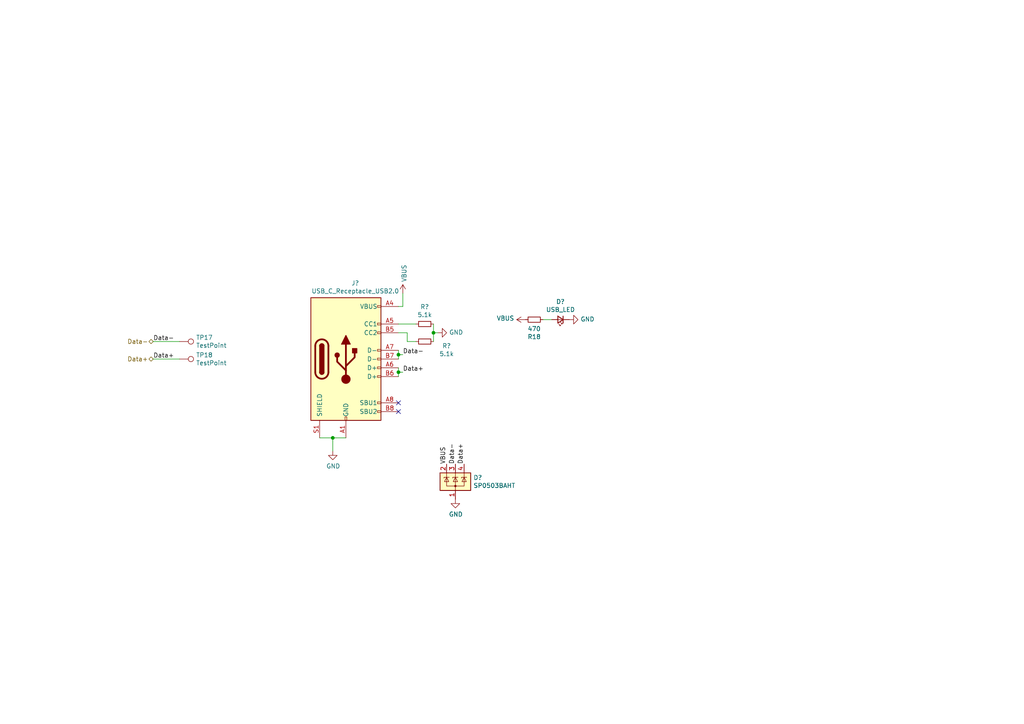
<source format=kicad_sch>
(kicad_sch (version 20211123) (generator eeschema)
  (paper "A4")
  (lib_symbols
    (symbol "Connector:TestPoint" (pin_numbers hide) (pin_names (offset 0.762) hide)
      (property "Reference" "TP" (at 0 6.858 0))
      (property "Value" "TestPoint" (at 0 5.08 0))
      (symbol "TestPoint_0_1"
        (circle (center 0 3.302) (radius 0.762))
      )
      (symbol "TestPoint_1_1"
        (pin passive line (at 0 0 90) (length 2.54) (name "1") (number "1"))
      )
    )
    (symbol "Connector:USB_C_Receptacle_USB2.0" (pin_names (offset 1.016))
      (property "Reference" "J" (at -10.16 19.05 0))
      (property "Value" "USB_C_Receptacle_USB2.0" (at 19.05 19.05 0))
      (symbol "USB_C_Receptacle_USB2.0_0_0"
        (rectangle (start -0.254 -17.78) (end 0.254 -16.764))
        (rectangle (start 10.16 -14.986) (end 9.144 -15.494))
        (rectangle (start 10.16 -12.446) (end 9.144 -12.954))
        (rectangle (start 10.16 -4.826) (end 9.144 -5.334))
        (rectangle (start 10.16 -2.286) (end 9.144 -2.794))
        (rectangle (start 10.16 0.254) (end 9.144 -0.254))
        (rectangle (start 10.16 2.794) (end 9.144 2.286))
        (rectangle (start 10.16 7.874) (end 9.144 7.366))
        (rectangle (start 10.16 10.414) (end 9.144 9.906))
        (rectangle (start 10.16 15.494) (end 9.144 14.986))
      )
      (symbol "USB_C_Receptacle_USB2.0_0_1"
        (rectangle (start -10.16 17.78) (end 10.16 -17.78) (stroke (width 0.254)) (fill (type background)))
        (arc (start -8.89 -3.81) (mid -6.985 -5.715) (end -5.08 -3.81) (stroke (width 0.508)))
        (arc (start -7.62 -3.81) (mid -6.985 -4.445) (end -6.35 -3.81) (stroke (width 0.254)))
        (arc (start -7.62 -3.81) (mid -6.985 -4.445) (end -6.35 -3.81) (stroke (width 0.254)) (fill (type outline)))
        (rectangle (start -7.62 -3.81) (end -6.35 3.81) (stroke (width 0.254)) (fill (type outline)))
        (arc (start -6.35 3.81) (mid -6.985 4.445) (end -7.62 3.81) (stroke (width 0.254)))
        (arc (start -6.35 3.81) (mid -6.985 4.445) (end -7.62 3.81) (stroke (width 0.254)) (fill (type outline)))
        (arc (start -5.08 3.81) (mid -6.985 5.715) (end -8.89 3.81) (stroke (width 0.508)))
        (circle (center -2.54 1.143) (radius 0.635) (stroke (width 0.254)) (fill (type outline)))
        (circle (center 0 -5.842) (radius 1.27) (fill (type outline)))
        (polyline (pts (xy -8.89 -3.81) (xy -8.89 3.81)) (stroke (width 0.508)))
        (polyline (pts (xy -5.08 3.81) (xy -5.08 -3.81)) (stroke (width 0.508)))
        (polyline (pts (xy 0 -5.842) (xy 0 4.318)) (stroke (width 0.508)))
        (polyline (pts (xy 0 -3.302) (xy -2.54 -0.762) (xy -2.54 0.508)) (stroke (width 0.508)))
        (polyline (pts (xy 0 -2.032) (xy 2.54 0.508) (xy 2.54 1.778)) (stroke (width 0.508)))
        (polyline (pts (xy -1.27 4.318) (xy 0 6.858) (xy 1.27 4.318) (xy -1.27 4.318)) (stroke (width 0.254)) (fill (type outline)))
        (rectangle (start 1.905 1.778) (end 3.175 3.048) (stroke (width 0.254)) (fill (type outline)))
      )
      (symbol "USB_C_Receptacle_USB2.0_1_1"
        (pin passive line (at 0 -22.86 90) (length 5.08) (name "GND") (number "A1"))
        (pin passive line (at 0 -22.86 90) (length 5.08) hide (name "GND") (number "A12"))
        (pin passive line (at 15.24 15.24 180) (length 5.08) (name "VBUS") (number "A4"))
        (pin bidirectional line (at 15.24 10.16 180) (length 5.08) (name "CC1") (number "A5"))
        (pin bidirectional line (at 15.24 -2.54 180) (length 5.08) (name "D+") (number "A6"))
        (pin bidirectional line (at 15.24 2.54 180) (length 5.08) (name "D-") (number "A7"))
        (pin bidirectional line (at 15.24 -12.7 180) (length 5.08) (name "SBU1") (number "A8"))
        (pin passive line (at 15.24 15.24 180) (length 5.08) hide (name "VBUS") (number "A9"))
        (pin passive line (at 0 -22.86 90) (length 5.08) hide (name "GND") (number "B1"))
        (pin passive line (at 0 -22.86 90) (length 5.08) hide (name "GND") (number "B12"))
        (pin passive line (at 15.24 15.24 180) (length 5.08) hide (name "VBUS") (number "B4"))
        (pin bidirectional line (at 15.24 7.62 180) (length 5.08) (name "CC2") (number "B5"))
        (pin bidirectional line (at 15.24 -5.08 180) (length 5.08) (name "D+") (number "B6"))
        (pin bidirectional line (at 15.24 0 180) (length 5.08) (name "D-") (number "B7"))
        (pin bidirectional line (at 15.24 -15.24 180) (length 5.08) (name "SBU2") (number "B8"))
        (pin passive line (at 15.24 15.24 180) (length 5.08) hide (name "VBUS") (number "B9"))
        (pin passive line (at -7.62 -22.86 90) (length 5.08) (name "SHIELD") (number "S1"))
      )
    )
    (symbol "Device:LED_Small" (pin_numbers hide) (pin_names (offset 0.254) hide)
      (property "Reference" "D" (at -1.27 3.175 0))
      (property "Value" "LED_Small" (at -4.445 -2.54 0))
      (symbol "LED_Small_0_1"
        (polyline (pts (xy -0.762 -1.016) (xy -0.762 1.016)) (stroke (width 0.254)))
        (polyline (pts (xy 1.016 0) (xy -0.762 0)))
        (polyline (pts (xy 0.762 -1.016) (xy -0.762 0) (xy 0.762 1.016) (xy 0.762 -1.016)) (stroke (width 0.254)))
        (polyline (pts (xy 0 0.762) (xy -0.508 1.27) (xy -0.254 1.27) (xy -0.508 1.27) (xy -0.508 1.016)))
        (polyline (pts (xy 0.508 1.27) (xy 0 1.778) (xy 0.254 1.778) (xy 0 1.778) (xy 0 1.524)))
      )
      (symbol "LED_Small_1_1"
        (pin passive line (at -2.54 0 0) (length 1.778) (name "K") (number "1"))
        (pin passive line (at 2.54 0 180) (length 1.778) (name "A") (number "2"))
      )
    )
    (symbol "Device:R_Small" (pin_numbers hide) (pin_names (offset 0.254) hide)
      (property "Reference" "R" (at 0.762 0.508 0))
      (property "Value" "R_Small" (at 0.762 -1.016 0))
      (symbol "R_Small_0_1"
        (rectangle (start -0.762 1.778) (end 0.762 -1.778) (stroke (width 0.2032)))
      )
      (symbol "R_Small_1_1"
        (pin passive line (at 0 2.54 270) (length 0.762) (name "~") (number "1"))
        (pin passive line (at 0 -2.54 90) (length 0.762) (name "~") (number "2"))
      )
    )
    (symbol "Power_Protection:SP0503BAHT" (pin_names hide)
      (property "Reference" "D" (at 5.715 2.54 0))
      (property "Value" "SP0503BAHT" (at 5.715 0.635 0))
      (symbol "SP0503BAHT_0_0"
        (pin passive line (at 0 -5.08 90) (length 2.54) (name "A") (number "1"))
      )
      (symbol "SP0503BAHT_0_1"
        (rectangle (start -4.445 2.54) (end 4.445 -2.54) (stroke (width 0.254)) (fill (type background)))
        (circle (center 0 -1.27) (radius 0.254) (fill (type outline)))
        (polyline (pts (xy -2.54 2.54) (xy -2.54 1.27)))
        (polyline (pts (xy 0 -1.27) (xy 0 -2.54)))
        (polyline (pts (xy 0 -1.27) (xy 0 1.27)))
        (polyline (pts (xy 0 2.54) (xy 0 1.27)))
        (polyline (pts (xy 0.635 1.27) (xy 0.762 1.27)))
        (polyline (pts (xy 2.54 2.54) (xy 2.54 1.27)))
        (polyline (pts (xy 0.635 1.27) (xy -0.762 1.27) (xy -0.762 1.016)))
        (polyline (pts (xy -3.302 1.016) (xy -3.302 1.27) (xy -1.905 1.27) (xy -1.778 1.27)))
        (polyline (pts (xy -2.54 1.27) (xy -2.54 -1.27) (xy 2.54 -1.27) (xy 2.54 1.27)))
        (polyline (pts (xy -2.54 1.27) (xy -1.905 0) (xy -3.175 0) (xy -2.54 1.27)))
        (polyline (pts (xy 0.635 0) (xy -0.635 0) (xy 0 1.27) (xy 0.635 0)))
        (polyline (pts (xy 1.778 1.016) (xy 1.778 1.27) (xy 3.175 1.27) (xy 3.302 1.27)))
        (polyline (pts (xy 2.54 1.27) (xy 1.905 0) (xy 3.175 0) (xy 2.54 1.27)))
      )
      (symbol "SP0503BAHT_1_1"
        (pin passive line (at -2.54 5.08 270) (length 2.54) (name "K") (number "2"))
        (pin passive line (at 0 5.08 270) (length 2.54) (name "K") (number "3"))
        (pin passive line (at 2.54 5.08 270) (length 2.54) (name "K") (number "4"))
      )
    )
    (symbol "power:GND" (power) (pin_names (offset 0))
      (property "Value" "GND" (at 0 -3.81 0))
      (symbol "GND_0_1"
        (polyline (pts (xy 0 0) (xy 0 -1.27) (xy 1.27 -1.27) (xy 0 -2.54) (xy -1.27 -1.27) (xy 0 -1.27)))
      )
      (symbol "GND_1_1"
        (pin power_in line (at 0 0 270) (length 0) hide (name "GND") (number "1"))
      )
    )
    (symbol "power:VBUS" (power) (pin_names (offset 0))
      (property "Value" "VBUS" (at 0 3.81 0))
      (symbol "VBUS_0_1"
        (polyline (pts (xy -0.762 1.27) (xy 0 2.54)))
        (polyline (pts (xy 0 0) (xy 0 2.54)))
        (polyline (pts (xy 0 2.54) (xy 0.762 1.27)))
      )
      (symbol "VBUS_1_1"
        (pin power_in line (at 0 0 90) (length 0) hide (name "VBUS") (number "1"))
      )
    )
  )
  (junction (at 115.57 107.95))
  (junction (at 125.73 96.52))
  (junction (at 96.52 127))
  (junction (at 115.57 102.87))
  (no_connect (at 115.57 119.38))
  (no_connect (at 115.57 116.84))
  (wire (pts (xy 115.57 96.52) (xy 118.11 96.52)))
  (wire (pts (xy 44.45 104.14) (xy 52.07 104.14)))
  (wire (pts (xy 96.52 127) (xy 96.52 130.81)))
  (wire (pts (xy 115.57 107.95) (xy 115.57 109.22)))
  (wire (pts (xy 118.11 96.52) (xy 118.11 99.06)))
  (wire (pts (xy 160.02 92.71) (xy 157.48 92.71)))
  (wire (pts (xy 115.57 102.87) (xy 115.57 101.6)))
  (wire (pts (xy 115.57 102.87) (xy 116.84 102.87)))
  (wire (pts (xy 116.84 85.09) (xy 116.84 88.9)))
  (wire (pts (xy 125.73 93.98) (xy 125.73 96.52)))
  (wire (pts (xy 92.71 127) (xy 96.52 127)))
  (wire (pts (xy 115.57 93.98) (xy 120.65 93.98)))
  (wire (pts (xy 125.73 99.06) (xy 125.73 96.52)))
  (wire (pts (xy 96.52 127) (xy 100.33 127)))
  (wire (pts (xy 125.73 96.52) (xy 127 96.52)))
  (wire (pts (xy 115.57 106.68) (xy 115.57 107.95)))
  (wire (pts (xy 115.57 104.14) (xy 115.57 102.87)))
  (wire (pts (xy 115.57 107.95) (xy 116.84 107.95)))
  (wire (pts (xy 116.84 88.9) (xy 115.57 88.9)))
  (wire (pts (xy 118.11 99.06) (xy 120.65 99.06)))
  (wire (pts (xy 44.45 99.06) (xy 52.07 99.06)))
  (label "Data+" (at 134.62 134.62 90))
  (label "VBUS" (at 129.54 134.62 90))
  (label "Data+" (at 44.45 104.14 0))
  (label "Data-" (at 44.45 99.06 0))
  (label "Data-" (at 132.08 134.62 90))
  (label "Data-" (at 116.84 102.87 0))
  (label "Data+" (at 116.84 107.95 0))
  (hierarchical_label "Data-" (shape bidirectional) (at 44.45 99.06 180))
  (hierarchical_label "Data+" (shape bidirectional) (at 44.45 104.14 180))
  (symbol (lib_id "power:GND") (at 127 96.52 90) (unit 1)
    (property "Reference" "#PWR?" (effects hide))
    (property "Value" "GND" (at 130.2512 96.393 90) (effects (justify right)))
  )
  (symbol (lib_id "Device:R_Small") (at 123.19 99.06 270) (unit 1)
    (property "Reference" "R?" (at 129.54 100.33 90))
    (property "Value" "5.1k" (at 129.54 102.6414 90))
    (property "Footprint" "Resistor_SMD:R_0603_1608Metric" (effects hide))
  )
  (symbol (lib_id "Device:R_Small") (at 123.19 93.98 90) (unit 1)
    (property "Reference" "R?" (at 123.19 89.0016 90))
    (property "Value" "5.1k" (at 123.19 91.313 90))
    (property "Footprint" "Resistor_SMD:R_0603_1608Metric" (effects hide))
  )
  (symbol (lib_id "power:GND") (at 96.52 130.81 0) (unit 1)
    (property "Reference" "#PWR?" (effects hide))
    (property "Value" "GND" (at 96.647 135.2042 0))
  )
  (symbol (lib_id "Connector:USB_C_Receptacle_USB2.0") (at 100.33 104.14 0) (unit 1)
    (property "Reference" "J?" (at 103.0478 82.1182 0))
    (property "Value" "USB_C_Receptacle_USB2.0" (at 103.0478 84.4296 0))
    (property "Footprint" "Connector_USB:USB_C_Receptacle_GCT_USB4085" (effects hide))
    (property "Datasheet" "https://www.usb.org/sites/default/files/documents/usb_type-c.zip" (effects hide))
  )
  (symbol (lib_id "power:GND") (at 132.08 144.78 0) (unit 1)
    (property "Reference" "#PWR?" (effects hide))
    (property "Value" "GND" (at 132.207 149.1742 0))
  )
  (symbol (lib_id "Power_Protection:SP0503BAHT") (at 132.08 139.7 0) (unit 1)
    (property "Reference" "D?" (at 137.287 138.5316 0) (effects (justify left)))
    (property "Value" "SP0503BAHT" (at 137.287 140.843 0) (effects (justify left)))
    (property "Footprint" "Package_TO_SOT_SMD:SOT-143" (effects hide))
    (property "Datasheet" "http://www.littelfuse.com/~/media/files/littelfuse/technical%20resources/documents/data%20sheets/sp05xxba.pdf" (effects hide))
  )
  (symbol (lib_id "power:VBUS") (at 116.84 85.09 0) (unit 1)
    (property "Reference" "#PWR0124" (effects hide))
    (property "Value" "VBUS" (at 117.221 81.8388 90) (effects (justify left)))
  )
  (symbol (lib_id "Connector:TestPoint") (at 52.07 99.06 270) (unit 1)
    (property "Reference" "TP17" (at 56.8452 97.8916 90) (effects (justify left)))
    (property "Value" "TestPoint" (at 56.8452 100.203 90) (effects (justify left)))
    (property "Footprint" "TestPoint:TestPoint_THTPad_1.0x1.0mm_Drill0.5mm" (effects hide))
  )
  (symbol (lib_id "Connector:TestPoint") (at 52.07 104.14 270) (unit 1)
    (property "Reference" "TP18" (at 56.8452 102.9716 90) (effects (justify left)))
    (property "Value" "TestPoint" (at 56.8452 105.283 90) (effects (justify left)))
    (property "Footprint" "TestPoint:TestPoint_THTPad_1.0x1.0mm_Drill0.5mm" (effects hide))
  )
  (symbol (lib_id "Device:LED_Small") (at 162.56 92.71 180) (unit 1)
    (property "Reference" "D?" (at 162.56 87.503 0))
    (property "Value" "USB_LED" (at 162.56 89.8144 0))
    (property "Footprint" "LED_SMD:LED_0603_1608Metric_Castellated" (effects hide))
  )
  (symbol (lib_id "Device:R_Small") (at 154.94 92.71 90) (unit 1)
    (property "Reference" "R18" (at 154.94 97.6884 90))
    (property "Value" "470" (at 154.94 95.377 90))
    (property "Footprint" "Resistor_SMD:R_0603_1608Metric" (effects hide))
  )
  (symbol (lib_id "power:GND") (at 165.1 92.71 90) (unit 1)
    (property "Reference" "#PWR?" (effects hide))
    (property "Value" "GND" (at 168.3512 92.583 90) (effects (justify right)))
  )
  (symbol (lib_id "power:VBUS") (at 152.4 92.71 90) (unit 1)
    (property "Reference" "#PWR0129" (effects hide))
    (property "Value" "VBUS" (at 149.1488 92.329 90) (effects (justify left)))
  )
)
</source>
